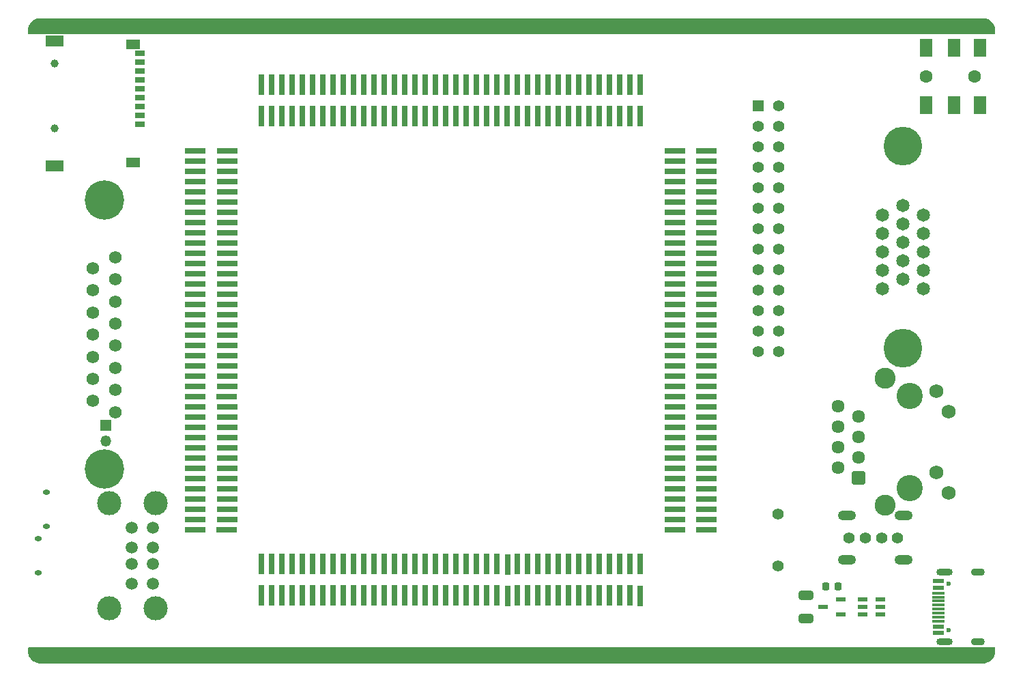
<source format=gbr>
%TF.GenerationSoftware,KiCad,Pcbnew,9.0.0*%
%TF.CreationDate,2025-05-16T22:45:05-04:00*%
%TF.ProjectId,REV.C,5245562e-432e-46b6-9963-61645f706362,0.1*%
%TF.SameCoordinates,Original*%
%TF.FileFunction,Soldermask,Top*%
%TF.FilePolarity,Negative*%
%FSLAX46Y46*%
G04 Gerber Fmt 4.6, Leading zero omitted, Abs format (unit mm)*
G04 Created by KiCad (PCBNEW 9.0.0) date 2025-05-16 22:45:05*
%MOMM*%
%LPD*%
G01*
G04 APERTURE LIST*
G04 Aperture macros list*
%AMRoundRect*
0 Rectangle with rounded corners*
0 $1 Rounding radius*
0 $2 $3 $4 $5 $6 $7 $8 $9 X,Y pos of 4 corners*
0 Add a 4 corners polygon primitive as box body*
4,1,4,$2,$3,$4,$5,$6,$7,$8,$9,$2,$3,0*
0 Add four circle primitives for the rounded corners*
1,1,$1+$1,$2,$3*
1,1,$1+$1,$4,$5*
1,1,$1+$1,$6,$7*
1,1,$1+$1,$8,$9*
0 Add four rect primitives between the rounded corners*
20,1,$1+$1,$2,$3,$4,$5,0*
20,1,$1+$1,$4,$5,$6,$7,0*
20,1,$1+$1,$6,$7,$8,$9,0*
20,1,$1+$1,$8,$9,$2,$3,0*%
G04 Aperture macros list end*
%ADD10R,1.350000X1.350000*%
%ADD11O,1.350000X1.350000*%
%ADD12R,1.200000X0.600000*%
%ADD13C,1.500000*%
%ADD14C,3.000000*%
%ADD15C,1.562000*%
%ADD16C,4.877000*%
%ADD17R,2.603250X0.650000*%
%ADD18R,0.650000X2.603250*%
%ADD19C,1.600000*%
%ADD20R,1.600000X2.200000*%
%ADD21C,1.397000*%
%ADD22RoundRect,0.250000X0.650000X-0.325000X0.650000X0.325000X-0.650000X0.325000X-0.650000X-0.325000X0*%
%ADD23RoundRect,0.225000X-0.225000X-0.250000X0.225000X-0.250000X0.225000X0.250000X-0.225000X0.250000X0*%
%ADD24C,1.000000*%
%ADD25R,1.300000X0.700000*%
%ADD26R,2.200000X1.400000*%
%ADD27R,1.700000X1.200000*%
%ADD28R,1.397000X1.397000*%
%ADD29C,3.250000*%
%ADD30RoundRect,0.102000X-0.704000X0.704000X-0.704000X-0.704000X0.704000X-0.704000X0.704000X0.704000X0*%
%ADD31C,1.612000*%
%ADD32C,1.734000*%
%ADD33C,2.604000*%
%ADD34C,1.650000*%
%ADD35C,4.800000*%
%ADD36C,1.420000*%
%ADD37O,2.250000X1.250000*%
%ADD38C,0.600000*%
%ADD39R,1.440000X0.600000*%
%ADD40R,1.500000X0.300000*%
%ADD41O,2.000000X0.900000*%
%ADD42O,1.700000X0.900000*%
%ADD43O,0.900000X0.600000*%
G04 APERTURE END LIST*
D10*
%TO.C,P1*%
X105350000Y-109260000D03*
D11*
X105350000Y-111260000D03*
%TD*%
D12*
%TO.C,U5*%
X199220000Y-130850000D03*
X199220000Y-131800000D03*
X199220000Y-132750000D03*
X201420000Y-132750000D03*
X201420000Y-131800000D03*
X201420000Y-130850000D03*
%TD*%
D13*
%TO.C,J3*%
X111200000Y-121950000D03*
X111200000Y-124450000D03*
X111200000Y-126450000D03*
X111200000Y-128950000D03*
X108600000Y-121950000D03*
X108600000Y-124450000D03*
X108600000Y-126450000D03*
X108600000Y-128950000D03*
D14*
X111550000Y-118900000D03*
X105750000Y-118950000D03*
X105750000Y-131950000D03*
X111550000Y-132000000D03*
%TD*%
D15*
%TO.C,J2*%
X106572000Y-107631000D03*
X106572000Y-104888000D03*
X106572000Y-102145000D03*
X106572000Y-99401000D03*
X106572000Y-96658000D03*
X106572000Y-93915000D03*
X106572000Y-91172000D03*
X106572000Y-88429000D03*
X103727000Y-106259000D03*
X103727000Y-103516000D03*
X103727000Y-100773000D03*
X103727000Y-98030000D03*
X103727000Y-95287000D03*
X103727000Y-92543000D03*
X103727000Y-89800000D03*
D16*
X105150000Y-81367000D03*
X105150000Y-114692000D03*
%TD*%
D17*
%TO.C,U1*%
X116481890Y-75223600D03*
X120381890Y-75223600D03*
X116481890Y-76493600D03*
X120381890Y-76493600D03*
X116481890Y-77763600D03*
X120381890Y-77763600D03*
X116481890Y-79033600D03*
X120381890Y-79033600D03*
X116481890Y-80303600D03*
X120381890Y-80303600D03*
X116481890Y-81573600D03*
X120381890Y-81573600D03*
X116481890Y-82843600D03*
X120381890Y-82843600D03*
X116481890Y-84113600D03*
X120381890Y-84113600D03*
X116481890Y-85383600D03*
X120381890Y-85383600D03*
X116481890Y-86653600D03*
X120381890Y-86653600D03*
X116481890Y-87923600D03*
X120381890Y-87923600D03*
X116481890Y-89193600D03*
X120381890Y-89193600D03*
X116481890Y-90463600D03*
X120381890Y-90463600D03*
X116481890Y-91733600D03*
X120381890Y-91733600D03*
X116481890Y-93003600D03*
X120381890Y-93003600D03*
X116481890Y-94273600D03*
X120381890Y-94273600D03*
X116481890Y-95543600D03*
X120381890Y-95543600D03*
X116481890Y-96813600D03*
X120381890Y-96813600D03*
X116481890Y-98083600D03*
X120381890Y-98083600D03*
X116481890Y-99353600D03*
X120381890Y-99353600D03*
X116481890Y-100623600D03*
X120381890Y-100623600D03*
X116481890Y-101893600D03*
X120381890Y-101893600D03*
X116481890Y-103163600D03*
X120381890Y-103163600D03*
X116481890Y-104433600D03*
X120381890Y-104433600D03*
X116471890Y-105713600D03*
X120371890Y-105713600D03*
X116481890Y-106973600D03*
X120381890Y-106973600D03*
X116481890Y-108243600D03*
X120381890Y-108243600D03*
X116481890Y-109513600D03*
X120381890Y-109513600D03*
X116481890Y-110783600D03*
X120381890Y-110783600D03*
X116481890Y-112053600D03*
X120381890Y-112053600D03*
X116481890Y-113323600D03*
X120381890Y-113323600D03*
X116481890Y-114593600D03*
X120381890Y-114593600D03*
X116481890Y-115863600D03*
X120381890Y-115863600D03*
X116481890Y-117133600D03*
X120381890Y-117133600D03*
X116481890Y-118403600D03*
X120381890Y-118403600D03*
X116481890Y-119673600D03*
X120381890Y-119673600D03*
X116481890Y-120943600D03*
X120381890Y-120943600D03*
X116476965Y-122213555D03*
X120376965Y-122213555D03*
D18*
X124688600Y-130403600D03*
X124688600Y-126503600D03*
X125958600Y-130403600D03*
X125958600Y-126503600D03*
X127228600Y-130403600D03*
X127228600Y-126503600D03*
X128498600Y-130403600D03*
X128498600Y-126503600D03*
X129768600Y-130403600D03*
X129768600Y-126503600D03*
X131038600Y-130403600D03*
X131038600Y-126503600D03*
X132308600Y-130403600D03*
X132308600Y-126503600D03*
X133578600Y-130403600D03*
X133578600Y-126503600D03*
X134848600Y-130403600D03*
X134848600Y-126503600D03*
X136118600Y-130403600D03*
X136118600Y-126503600D03*
X137388600Y-130403600D03*
X137388600Y-126503600D03*
X138658600Y-130403600D03*
X138658600Y-126503600D03*
X139928600Y-130403600D03*
X139928600Y-126503600D03*
X141198600Y-130403600D03*
X141198600Y-126503600D03*
X142468600Y-130403600D03*
X142468600Y-126503600D03*
X143738600Y-130403600D03*
X143738600Y-126503600D03*
X145008600Y-130403600D03*
X145008600Y-126503600D03*
X146278600Y-130403600D03*
X146278600Y-126503600D03*
X147548600Y-130403600D03*
X147548600Y-126503600D03*
X148818600Y-130403600D03*
X148818600Y-126503600D03*
X150088600Y-130403600D03*
X150088600Y-126503600D03*
X151358600Y-130403600D03*
X151358600Y-126503600D03*
X152628600Y-130403600D03*
X152628600Y-126503600D03*
X153898600Y-130403600D03*
X153898600Y-126503600D03*
X155178600Y-130413600D03*
X155178600Y-126513600D03*
X156438600Y-130403600D03*
X156438600Y-126503600D03*
X157708600Y-130403600D03*
X157708600Y-126503600D03*
X158978600Y-130403600D03*
X158978600Y-126503600D03*
X160248600Y-130403600D03*
X160248600Y-126503600D03*
X161518600Y-130403600D03*
X161518600Y-126503600D03*
X162788600Y-130403600D03*
X162788600Y-126503600D03*
X164058600Y-130403600D03*
X164058600Y-126503600D03*
X165328600Y-130403600D03*
X165328600Y-126503600D03*
X166598600Y-130403600D03*
X166598600Y-126503600D03*
X167868600Y-130403600D03*
X167868600Y-126503600D03*
X169138600Y-130403600D03*
X169138600Y-126503600D03*
X170408600Y-130403600D03*
X170408600Y-126503600D03*
X171678555Y-130408525D03*
X171678555Y-126508525D03*
D17*
X175988600Y-75213600D03*
X179888600Y-75213600D03*
X175988600Y-76483600D03*
X179888600Y-76483600D03*
X175988600Y-77753600D03*
X179888600Y-77753600D03*
X175988600Y-79023600D03*
X179888600Y-79023600D03*
X175988600Y-80293600D03*
X179888600Y-80293600D03*
X175988600Y-81563600D03*
X179888600Y-81563600D03*
X175988600Y-82833600D03*
X179888600Y-82833600D03*
X175988600Y-84103600D03*
X179888600Y-84103600D03*
X175988600Y-85373600D03*
X179888600Y-85373600D03*
X175988600Y-86643600D03*
X179888600Y-86643600D03*
X175988600Y-87913600D03*
X179888600Y-87913600D03*
X175988600Y-89183600D03*
X179888600Y-89183600D03*
X175988600Y-90453600D03*
X179888600Y-90453600D03*
X175988600Y-91723600D03*
X179888600Y-91723600D03*
X175988600Y-92993600D03*
X179888600Y-92993600D03*
X175988600Y-94263600D03*
X179888600Y-94263600D03*
X175988600Y-95533600D03*
X179888600Y-95533600D03*
X175988600Y-96803600D03*
X179888600Y-96803600D03*
X175988600Y-98073600D03*
X179888600Y-98073600D03*
X175988600Y-99343600D03*
X179888600Y-99343600D03*
X175988600Y-100613600D03*
X179888600Y-100613600D03*
X175988600Y-101883600D03*
X179888600Y-101883600D03*
X175988600Y-103153600D03*
X179888600Y-103153600D03*
X175988600Y-104423600D03*
X179888600Y-104423600D03*
X175978600Y-105703600D03*
X179878600Y-105703600D03*
X175988600Y-106963600D03*
X179888600Y-106963600D03*
X175988600Y-108233600D03*
X179888600Y-108233600D03*
X175988600Y-109503600D03*
X179888600Y-109503600D03*
X175988600Y-110773600D03*
X179888600Y-110773600D03*
X175988600Y-112043600D03*
X179888600Y-112043600D03*
X175988600Y-113313600D03*
X179888600Y-113313600D03*
X175988600Y-114583600D03*
X179888600Y-114583600D03*
X175988600Y-115853600D03*
X179888600Y-115853600D03*
X175988600Y-117123600D03*
X179888600Y-117123600D03*
X175988600Y-118393600D03*
X179888600Y-118393600D03*
X175988600Y-119663600D03*
X179888600Y-119663600D03*
X175988600Y-120933600D03*
X179888600Y-120933600D03*
X175983675Y-122203555D03*
X179883675Y-122203555D03*
D18*
X124678600Y-70903600D03*
X124678600Y-67003600D03*
X125948600Y-70903600D03*
X125948600Y-67003600D03*
X127218600Y-70903600D03*
X127218600Y-67003600D03*
X128488600Y-70903600D03*
X128488600Y-67003600D03*
X129758600Y-70903600D03*
X129758600Y-67003600D03*
X131028600Y-70903600D03*
X131028600Y-67003600D03*
X132298600Y-70903600D03*
X132298600Y-67003600D03*
X133568600Y-70903600D03*
X133568600Y-67003600D03*
X134838600Y-70903600D03*
X134838600Y-67003600D03*
X136108600Y-70903600D03*
X136108600Y-67003600D03*
X137378600Y-70903600D03*
X137378600Y-67003600D03*
X138648600Y-70903600D03*
X138648600Y-67003600D03*
X139918600Y-70903600D03*
X139918600Y-67003600D03*
X141188600Y-70903600D03*
X141188600Y-67003600D03*
X142458600Y-70903600D03*
X142458600Y-67003600D03*
X143728600Y-70903600D03*
X143728600Y-67003600D03*
X144998600Y-70903600D03*
X144998600Y-67003600D03*
X146268600Y-70903600D03*
X146268600Y-67003600D03*
X147538600Y-70903600D03*
X147538600Y-67003600D03*
X148808600Y-70903600D03*
X148808600Y-67003600D03*
X150078600Y-70903600D03*
X150078600Y-67003600D03*
X151348600Y-70903600D03*
X151348600Y-67003600D03*
X152618600Y-70903600D03*
X152618600Y-67003600D03*
X153888600Y-70903600D03*
X153888600Y-67003600D03*
X155168600Y-70913600D03*
X155168600Y-67013600D03*
X156428600Y-70903600D03*
X156428600Y-67003600D03*
X157698600Y-70903600D03*
X157698600Y-67003600D03*
X158968600Y-70903600D03*
X158968600Y-67003600D03*
X160238600Y-70903600D03*
X160238600Y-67003600D03*
X161508600Y-70903600D03*
X161508600Y-67003600D03*
X162778600Y-70903600D03*
X162778600Y-67003600D03*
X164048600Y-70903600D03*
X164048600Y-67003600D03*
X165318600Y-70903600D03*
X165318600Y-67003600D03*
X166588600Y-70903600D03*
X166588600Y-67003600D03*
X167858600Y-70903600D03*
X167858600Y-67003600D03*
X169128600Y-70903600D03*
X169128600Y-67003600D03*
X170398600Y-70903600D03*
X170398600Y-67003600D03*
X171668555Y-70908525D03*
X171668555Y-67008525D03*
%TD*%
D19*
%TO.C,J6*%
X213120000Y-66040000D03*
X207120000Y-66040000D03*
D20*
X210620000Y-62490000D03*
X210620000Y-69590000D03*
X213820000Y-62490000D03*
X213820000Y-69590000D03*
X207120000Y-62490000D03*
X207120000Y-69590000D03*
%TD*%
D21*
%TO.C,SP1*%
X188730000Y-126751200D03*
X188730000Y-120248800D03*
%TD*%
D22*
%TO.C,C41*%
X192220000Y-133275000D03*
X192220000Y-130325000D03*
%TD*%
D23*
%TO.C,C40*%
X194675000Y-129250000D03*
X196225000Y-129250000D03*
%TD*%
D24*
%TO.C,J5*%
X99000000Y-64430000D03*
X99000000Y-72430000D03*
D25*
X109550000Y-71940000D03*
X109550000Y-70840000D03*
X109550000Y-69740000D03*
X109550000Y-68640000D03*
X109550000Y-67540000D03*
X109550000Y-66440000D03*
X109550000Y-65340000D03*
X109550000Y-64240000D03*
X109550000Y-63140000D03*
D26*
X99000000Y-61620000D03*
D27*
X108700000Y-62040000D03*
X108700000Y-76720000D03*
D26*
X99000000Y-77140000D03*
%TD*%
D12*
%TO.C,Q1*%
X196550000Y-132750000D03*
X194350000Y-131800000D03*
X196550000Y-130850000D03*
%TD*%
D28*
%TO.C,J9*%
X186280000Y-69670000D03*
D21*
X188820000Y-69670000D03*
X186280000Y-72210000D03*
X188820000Y-72210000D03*
X186280000Y-74750000D03*
X188820000Y-74750000D03*
X186280000Y-77290000D03*
X188820000Y-77290000D03*
X186280000Y-79830000D03*
X188820000Y-79830000D03*
X186280000Y-82370000D03*
X188820000Y-82370000D03*
X186280000Y-84910000D03*
X188820000Y-84910000D03*
X186280000Y-87450000D03*
X188820000Y-87450000D03*
X186280000Y-89990000D03*
X188820000Y-89990000D03*
X186280000Y-92530000D03*
X188820000Y-92530000D03*
X186280000Y-95070000D03*
X188820000Y-95070000D03*
X186280000Y-97610000D03*
X188820000Y-97610000D03*
X186280000Y-100150000D03*
X188820000Y-100150000D03*
%TD*%
D29*
%TO.C,J7*%
X205050000Y-105630000D03*
X205050000Y-117060000D03*
D30*
X198700000Y-115790000D03*
D31*
X196160000Y-114520000D03*
X198700000Y-113250000D03*
X196160000Y-111980000D03*
X198700000Y-110710000D03*
X196160000Y-109440000D03*
X198700000Y-108170000D03*
X196160000Y-106900000D03*
D32*
X209950000Y-117670000D03*
X208430000Y-115130000D03*
X209950000Y-107560000D03*
X208430000Y-105020000D03*
D33*
X202000000Y-119220000D03*
X202000000Y-103470000D03*
%TD*%
D34*
%TO.C,J4*%
X201690000Y-83172000D03*
X201690000Y-85462000D03*
X201690000Y-87752000D03*
X201690000Y-90042000D03*
X201690000Y-92332000D03*
X204230000Y-82027000D03*
X204230000Y-84317000D03*
X204230000Y-86607000D03*
X204230000Y-88897000D03*
X204230000Y-91187000D03*
X206770000Y-83172000D03*
X206770000Y-85462000D03*
X206770000Y-87752000D03*
X206770000Y-90042000D03*
X206770000Y-92332000D03*
D35*
X204230000Y-74685000D03*
X204230000Y-99674000D03*
%TD*%
D36*
%TO.C,J1*%
X197578000Y-123222500D03*
X199578000Y-123222500D03*
X201578000Y-123222500D03*
X203578000Y-123222500D03*
D37*
X197308000Y-120487500D03*
X204308000Y-120487500D03*
X197308000Y-125957500D03*
X204308000Y-125957500D03*
%TD*%
D38*
%TO.C,J8*%
X209910000Y-134715000D03*
X209910000Y-128935000D03*
D39*
X208630000Y-135025000D03*
X208630000Y-134225000D03*
D40*
X208660000Y-133075000D03*
X208660000Y-132075000D03*
X208660000Y-131575000D03*
X208660000Y-130575000D03*
D39*
X208630000Y-129425000D03*
X208630000Y-128625000D03*
D40*
X208660000Y-130075000D03*
X208660000Y-131075000D03*
X208660000Y-132575000D03*
X208660000Y-133575000D03*
D41*
X209410000Y-136150000D03*
D42*
X213590000Y-136150000D03*
D41*
X209410000Y-127500000D03*
D42*
X213590000Y-127500000D03*
%TD*%
D43*
%TO.C,SW2*%
X97000000Y-127575000D03*
X97000000Y-123325000D03*
%TD*%
%TO.C,SW3*%
X98017500Y-121815000D03*
X98017500Y-117565000D03*
%TD*%
G36*
X214198127Y-58800659D02*
G01*
X214200562Y-58800683D01*
X214308674Y-58802807D01*
X214325638Y-58804310D01*
X214540410Y-58838331D01*
X214559330Y-58842874D01*
X214764964Y-58909692D01*
X214782940Y-58917138D01*
X214975593Y-59015303D01*
X214992183Y-59025469D01*
X215167115Y-59152566D01*
X215181910Y-59165203D01*
X215334796Y-59318089D01*
X215347433Y-59332884D01*
X215474530Y-59507816D01*
X215484696Y-59524406D01*
X215582861Y-59717059D01*
X215590307Y-59735035D01*
X215657125Y-59940669D01*
X215661668Y-59959589D01*
X215695689Y-60174361D01*
X215697192Y-60191325D01*
X215699316Y-60299437D01*
X215699340Y-60301872D01*
X215699343Y-60675999D01*
X215679659Y-60743039D01*
X215626855Y-60788794D01*
X215575343Y-60800000D01*
X95824000Y-60800000D01*
X95756961Y-60780315D01*
X95711206Y-60727511D01*
X95700000Y-60676000D01*
X95700000Y-60301208D01*
X95700024Y-60298777D01*
X95702144Y-60190663D01*
X95703647Y-60173696D01*
X95737663Y-59958931D01*
X95742205Y-59940011D01*
X95809021Y-59734370D01*
X95816467Y-59716393D01*
X95914631Y-59523735D01*
X95924798Y-59507144D01*
X96051894Y-59332213D01*
X96064531Y-59317418D01*
X96217418Y-59164531D01*
X96232213Y-59151894D01*
X96407144Y-59024798D01*
X96423735Y-59014631D01*
X96616393Y-58916467D01*
X96634370Y-58909021D01*
X96840011Y-58842205D01*
X96858931Y-58837663D01*
X97073696Y-58803647D01*
X97090663Y-58802144D01*
X97198777Y-58800024D01*
X97201209Y-58800000D01*
X214198127Y-58800659D01*
G37*
G36*
X215643036Y-136819685D02*
G01*
X215688791Y-136872489D01*
X215699997Y-136923999D01*
X215699999Y-137298727D01*
X215699972Y-137301300D01*
X215697731Y-137409308D01*
X215696211Y-137426263D01*
X215661974Y-137640962D01*
X215657417Y-137659859D01*
X215590423Y-137865416D01*
X215582969Y-137883370D01*
X215484677Y-138075921D01*
X215474509Y-138092489D01*
X215347332Y-138267312D01*
X215334699Y-138282087D01*
X215181759Y-138434888D01*
X215166973Y-138447507D01*
X214992030Y-138574530D01*
X214975453Y-138584684D01*
X214782812Y-138682802D01*
X214764851Y-138690239D01*
X214559245Y-138757043D01*
X214540344Y-138761583D01*
X214325588Y-138795629D01*
X214308675Y-138797133D01*
X214200580Y-138799315D01*
X214198077Y-138799340D01*
X97201873Y-138799340D01*
X97199437Y-138799316D01*
X97091325Y-138797192D01*
X97074361Y-138795689D01*
X96859589Y-138761668D01*
X96840669Y-138757125D01*
X96635035Y-138690307D01*
X96617059Y-138682861D01*
X96424406Y-138584696D01*
X96407816Y-138574530D01*
X96232884Y-138447433D01*
X96218089Y-138434796D01*
X96065203Y-138281910D01*
X96052566Y-138267115D01*
X95925469Y-138092183D01*
X95915303Y-138075593D01*
X95817138Y-137882940D01*
X95809692Y-137864964D01*
X95742874Y-137659330D01*
X95738331Y-137640410D01*
X95704310Y-137425638D01*
X95702807Y-137408673D01*
X95700681Y-137300449D01*
X95700657Y-137298270D01*
X95700000Y-136979640D01*
X95700000Y-136924000D01*
X95719685Y-136856961D01*
X95772489Y-136811206D01*
X95824000Y-136800000D01*
X215575997Y-136800000D01*
X215643036Y-136819685D01*
G37*
M02*

</source>
